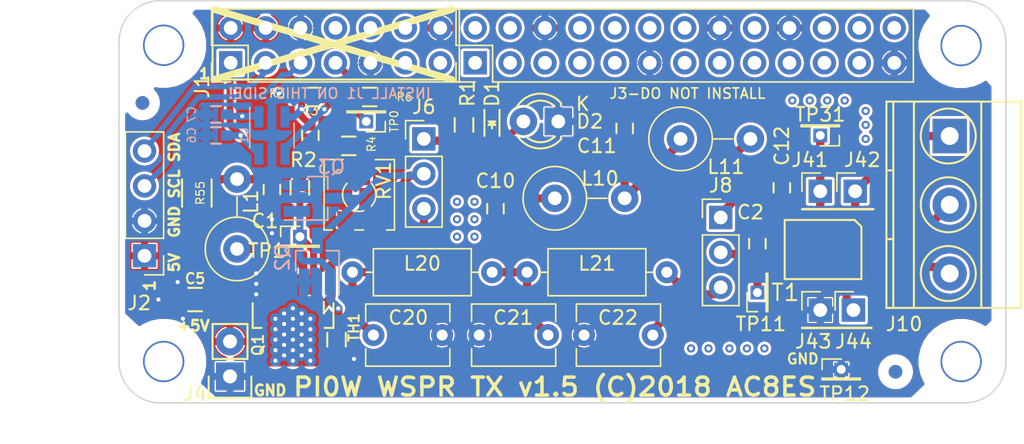
<source format=kicad_pcb>
(kicad_pcb (version 20171130) (host pcbnew "(5.1.0-0)")
  (layers (0 F.Cu signal) (31 B.Cu signal) (34 B.Paste user) (35 F.Paste user) (36 B.SilkS user) (37 F.SilkS user) (38 B.Mask user) (39 F.Mask user) (44 Edge.Cuts user))
  (net 0 "")
  (net 1 GND)
  (net 2 P5V)
  (net 3 "Net-(C10-Pad1)")
  (net 4 "Net-(C11-Pad1)")
  (net 5 "Net-(C20-Pad1)")
  (net 6 "Net-(C21-Pad1)")
  (net 7 "Net-(C22-Pad1)")
  (net 8 "Net-(J10-Pad1)")
  (net 9 "Net-(J10-Pad2)")
  (net 10 "Net-(J10-Pad3)")
  (net 11 "Net-(C12-Pad1)")
  (net 12 "Net-(D1-Pad2)")
  (net 13 /SDA)
  (net 14 /SCL)
  (net 15 /GPCLK0)
  (net 16 "Net-(J1-Pad13)")
  (net 17 "Net-(C1-Pad1)")
  (net 18 "Net-(C2-Pad1)")
  (net 19 "Net-(C2-Pad2)")
  (net 20 "Net-(Q1-Pad1)")
  (net 21 "Net-(C3-Pad2)")
  (net 22 "Net-(R4-Pad2)")
  (net 23 "Net-(C3-Pad1)")
  (net 24 P3V3)
  (net 25 "Net-(R3-Pad2)")
  (net 26 "Net-(L1-Pad1)")
  (net 27 "Net-(J6-Pad2)")
  (module Socket_Strips:Socket_Strip_Straight_1x01_Pitch2.54mm (layer F.Cu) (at 132.334 74.93)
    (fp_text reference J42 (at 0.508 -2.286) (layer F.SilkS))
    (fp_text value TEST_1P)
    (pad 1 thru_hole rect (at 0 0) (size 1.7 1.7) (drill 1) (layers *.Cu *.Mask) (net 8 "Net-(J10-Pad1)"))
  )
  (module Inductors_THT:L_Axial_L7.0mm_D3.3mm_P10.16mm_Horizontal_Fastron_MICC (layer F.Cu) (at 95.772 80.816)
    (fp_text reference L20 (at 5.08 -0.635) (layer F.SilkS))
    (fp_text value 560nH)
    (pad 1 thru_hole circle (at 0 0) (size 1.6 1.6) (drill 0.8) (layers *.Cu *.Mask) (net 5 "Net-(C20-Pad1)") (thermal_gap 0.254))
    (pad 2 thru_hole oval (at 10.16 0) (size 1.6 1.6) (drill 0.8) (layers *.Cu *.Mask) (net 6 "Net-(C21-Pad1)"))
  )
  (module project_footprints:NPTH_3mm_ID (layer F.Cu) (at 82.04 64.31)
    (fp_text reference H1 (at 0.06 0.09) (layer F.SilkS))
    (fp_text value 3mm_Mounting_Hole hide)
    (pad "" np_thru_hole circle (at 0 0) (size 3 3) (drill 2.75) (layers *.Cu *.Mask) (clearance 1.6))
  )
  (module project_footprints:NPTH_3mm_ID (layer F.Cu) (at 140.04 64.33)
    (fp_text reference H2 (at 0.06 0.09) (layer F.SilkS))
    (fp_text value 3mm_Mounting_Hole hide)
    (pad "" np_thru_hole circle (at 0 0) (size 3 3) (drill 2.75) (layers *.Cu *.Mask) (clearance 1.6))
  )
  (module Capacitors_THT:C_Disc_D6.0mm_W4.4mm_P5.00mm (layer F.Cu) (at 97.296 85.388)
    (fp_text reference C20 (at 2.54 -1.27) (layer F.SilkS))
    (fp_text value 220nF)
    (pad 1 thru_hole circle (at 0 0) (size 1.6 1.6) (drill 0.8) (layers *.Cu *.Mask) (net 5 "Net-(C20-Pad1)"))
    (pad 2 thru_hole circle (at 5 0) (size 1.6 1.6) (drill 0.8) (layers *.Cu *.Mask) (net 1 GND))
  )
  (module Capacitors_THT:C_Disc_D6.0mm_W4.4mm_P5.00mm (layer F.Cu) (at 109.996 85.388 180)
    (fp_text reference C21 (at 2.54 1.27 180) (layer F.SilkS))
    (fp_text value 330nF)
    (pad 1 thru_hole circle (at 0 0 180) (size 1.6 1.6) (drill 0.8) (layers *.Cu *.Mask) (net 6 "Net-(C21-Pad1)"))
    (pad 2 thru_hole circle (at 5 0 180) (size 1.6 1.6) (drill 0.8) (layers *.Cu *.Mask) (net 1 GND))
  )
  (module Capacitors_THT:C_Disc_D6.0mm_W4.4mm_P5.00mm (layer F.Cu) (at 117.616 85.388 180)
    (fp_text reference C22 (at 2.54 1.27 180) (layer F.SilkS))
    (fp_text value 220nF)
    (pad 1 thru_hole circle (at 0 0 180) (size 1.6 1.6) (drill 0.8) (layers *.Cu *.Mask) (net 7 "Net-(C22-Pad1)"))
    (pad 2 thru_hole circle (at 5 0 180) (size 1.6 1.6) (drill 0.8) (layers *.Cu *.Mask) (net 1 GND))
  )
  (module Inductors_THT:L_Axial_L11.0mm_D4.5mm_P5.08mm_Vertical_Fastron_MECC (layer F.Cu) (at 110.49 75.438)
    (fp_text reference L10 (at 3.288 -1.441) (layer F.SilkS))
    (fp_text value 1uH)
    (pad 1 thru_hole circle (at 0 0) (size 2 2) (drill 1) (layers *.Cu *.Mask) (net 3 "Net-(C10-Pad1)"))
    (pad 2 thru_hole oval (at 5.08 0) (size 2 2) (drill 1) (layers *.Cu *.Mask) (net 4 "Net-(C11-Pad1)"))
  )
  (module Inductors_THT:L_Axial_L11.0mm_D4.5mm_P5.08mm_Vertical_Fastron_MECC (layer F.Cu) (at 119.634 71.12)
    (fp_text reference L11 (at 3.302 2.032) (layer F.SilkS))
    (fp_text value 1uH)
    (pad 1 thru_hole circle (at 0 0) (size 2 2) (drill 1) (layers *.Cu *.Mask) (net 4 "Net-(C11-Pad1)"))
    (pad 2 thru_hole oval (at 5.08 0) (size 2 2) (drill 1) (layers *.Cu *.Mask) (net 11 "Net-(C12-Pad1)"))
  )
  (module Inductors_THT:L_Axial_L7.0mm_D3.3mm_P10.16mm_Horizontal_Fastron_MICC (layer F.Cu) (at 108.472 80.816)
    (fp_text reference L21 (at 5.08 -0.635) (layer F.SilkS))
    (fp_text value 560nH)
    (pad 1 thru_hole circle (at 0 0) (size 1.6 1.6) (drill 0.8) (layers *.Cu *.Mask) (net 6 "Net-(C21-Pad1)"))
    (pad 2 thru_hole oval (at 10.16 0) (size 1.6 1.6) (drill 0.8) (layers *.Cu *.Mask) (net 7 "Net-(C22-Pad1)"))
  )
  (module Inductors_THT:L_Axial_L11.0mm_D4.5mm_P5.08mm_Vertical_Fastron_MECC (layer F.Cu) (at 87.376 79.121 90)
    (fp_text reference L1 (at 3.429 1.016 90) (layer F.SilkS))
    (fp_text value 1uH)
    (pad 1 thru_hole circle (at 0 0 90) (size 2 2) (drill 1) (layers *.Cu *.Mask) (net 26 "Net-(L1-Pad1)"))
    (pad 2 thru_hole oval (at 5.08 0 90) (size 2 2) (drill 1) (layers *.Cu *.Mask) (net 17 "Net-(C1-Pad1)"))
  )
  (module Connectors_Terminal_Blocks:TerminalBlock_Pheonix_MKDS1.5-3pol (layer F.Cu) (at 139.206 70.91 270)
    (fp_text reference J10 (at 13.672 3.316) (layer F.SilkS))
    (fp_text value Screw_Terminal_1x03)
    (pad 3 thru_hole circle (at 10 0 270) (size 2.5 2.5) (drill 1.3) (layers *.Cu *.Mask) (net 10 "Net-(J10-Pad3)"))
    (pad 1 thru_hole rect (at 0 0 270) (size 2.5 2.5) (drill 1.3) (layers *.Cu *.Mask) (net 8 "Net-(J10-Pad1)"))
    (pad 2 thru_hole circle (at 5 0 270) (size 2.5 2.5) (drill 1.3) (layers *.Cu *.Mask) (net 9 "Net-(J10-Pad2)"))
  )
  (module project_footprints:NPTH_3mm_ID_Unlocked (layer F.Cu) (at 82.04 87.31)
    (fp_text reference H3 (at 0.06 0.09) (layer F.SilkS))
    (fp_text value 3mm_Mounting_Hole_Unlocked hide)
    (pad "" np_thru_hole circle (at 0 0) (size 3 3) (drill 2.75) (layers *.Cu *.Mask) (clearance 1.6))
  )
  (module project_footprints:NPTH_3mm_ID_Unlocked (layer F.Cu) (at 140.04 87.31)
    (fp_text reference H4 (at 0.06 0.09) (layer F.SilkS))
    (fp_text value 3mm_Mounting_Hole_Unlocked hide)
    (pad "" np_thru_hole circle (at 0 0) (size 3 3) (drill 2.75) (layers *.Cu *.Mask) (clearance 1.6))
  )
  (module LEDs:LED_0603 (layer F.Cu) (at 105.918 70.104 270)
    (fp_text reference D1 (at -2.286 0 270) (layer F.SilkS))
    (fp_text value LED)
    (pad 2 smd rect (at 0.7493 0 90) (size 0.79756 0.79756) (layers F.Cu F.Paste F.Mask) (net 12 "Net-(D1-Pad2)"))
    (pad 1 smd rect (at -0.7493 0 90) (size 0.79756 0.79756) (layers F.Cu F.Paste F.Mask) (net 1 GND))
  )
  (module Resistors_SMD:R_0603 (layer F.Cu) (at 103.886 70.104 90)
    (fp_text reference R1 (at 2.286 0.254 90) (layer F.SilkS))
    (fp_text value 270)
    (pad 1 smd rect (at -0.75 0 90) (size 0.5 0.9) (layers F.Cu F.Paste F.Mask) (net 12 "Net-(D1-Pad2)"))
    (pad 2 smd rect (at 0.75 0 90) (size 0.5 0.9) (layers F.Cu F.Paste F.Mask) (net 16 "Net-(J1-Pad13)"))
  )
  (module Pin_Headers:Pin_Header_Straight_1x01_Pitch1.27mm (layer F.Cu) (at 91.948 78.232)
    (fp_text reference TP1 (at -2.413 1.016 180) (layer F.SilkS))
    (fp_text value TEST_1P)
    (pad 1 thru_hole rect (at 0 0) (size 1 1) (drill 0.65) (layers *.Cu *.Mask) (net 20 "Net-(Q1-Pad1)"))
  )
  (module Pin_Headers:Pin_Header_Straight_1x01_Pitch1.27mm (layer F.Cu) (at 125.222 82.296 90)
    (fp_text reference TP11 (at -2.286 0.254 180) (layer F.SilkS))
    (fp_text value TEST_1P)
    (pad 1 thru_hole rect (at 0 0 90) (size 1 1) (drill 0.65) (layers *.Cu *.Mask) (net 18 "Net-(C2-Pad1)"))
  )
  (module Pin_Headers:Pin_Header_Straight_1x01_Pitch1.27mm (layer F.Cu) (at 131.318 87.884)
    (fp_text reference TP12 (at 0.254 1.778) (layer F.SilkS))
    (fp_text value TEST_1P)
    (pad 1 thru_hole rect (at 0 0) (size 1 1) (drill 0.65) (layers *.Cu *.Mask) (net 1 GND))
  )
  (module Pin_Headers:Pin_Header_Straight_1x01_Pitch1.27mm (layer F.Cu) (at 129.794 70.866 180)
    (fp_text reference TP31 (at 0 1.524 180) (layer F.SilkS))
    (fp_text value TEST_1P)
    (pad 1 thru_hole rect (at 0 0 180) (size 1 1) (drill 0.65) (layers *.Cu *.Mask) (net 19 "Net-(C2-Pad2)"))
  )
  (module Pin_Headers:Pin_Header_Straight_1x04_Pitch2.54mm (layer F.Cu) (at 80.65 79.62 180)
    (fp_text reference J2 (at 0.386 -3.438 180) (layer F.SilkS))
    (fp_text value DNP)
    (pad 1 thru_hole rect (at 0 0 180) (size 1.7 1.7) (drill 1) (layers *.Cu *.Mask) (net 2 P5V))
    (pad 2 thru_hole oval (at 0 2.54 180) (size 1.7 1.7) (drill 1) (layers *.Cu *.Mask) (net 1 GND))
    (pad 3 thru_hole oval (at 0 5.08 180) (size 1.7 1.7) (drill 1) (layers *.Cu *.Mask) (net 14 /SCL))
    (pad 4 thru_hole oval (at 0 7.62 180) (size 1.7 1.7) (drill 1) (layers *.Cu *.Mask) (net 13 /SDA))
  )
  (module Pin_Headers:Pin_Header_Straight_2x07_Pitch2.54mm (layer F.Cu) (at 86.916356 65.587611 90)
    (fp_text reference J1 (at -1.722389 -2.080356 90) (layer F.SilkS))
    (fp_text value CONN_02X07)
    (pad 1 thru_hole rect (at 0 0 90) (size 1.7 1.7) (drill 1) (layers *.Cu *.Mask) (net 24 P3V3))
    (pad 2 thru_hole oval (at 2.54 0 90) (size 1.7 1.7) (drill 1) (layers *.Cu *.Mask) (net 2 P5V))
    (pad 3 thru_hole oval (at 0 2.54 90) (size 1.7 1.7) (drill 1) (layers *.Cu *.Mask) (net 13 /SDA))
    (pad 4 thru_hole oval (at 2.54 2.54 90) (size 1.7 1.7) (drill 1) (layers *.Cu *.Mask) (net 2 P5V))
    (pad 5 thru_hole oval (at 0 5.08 90) (size 1.7 1.7) (drill 1) (layers *.Cu *.Mask) (net 14 /SCL))
    (pad 6 thru_hole oval (at 2.54 5.08 90) (size 1.7 1.7) (drill 1) (layers *.Cu *.Mask) (net 1 GND))
    (pad 7 thru_hole oval (at 0 7.62 90) (size 1.7 1.7) (drill 1) (layers *.Cu *.Mask) (net 15 /GPCLK0))
    (pad 8 thru_hole oval (at 2.54 7.62 90) (size 1.7 1.7) (drill 1) (layers *.Cu *.Mask))
    (pad 9 thru_hole oval (at 0 10.16 90) (size 1.7 1.7) (drill 1) (layers *.Cu *.Mask) (net 1 GND))
    (pad 10 thru_hole oval (at 2.54 10.16 90) (size 1.7 1.7) (drill 1) (layers *.Cu *.Mask))
    (pad 11 thru_hole oval (at 0 12.7 90) (size 1.7 1.7) (drill 1) (layers *.Cu *.Mask))
    (pad 12 thru_hole oval (at 2.54 12.7 90) (size 1.7 1.7) (drill 1) (layers *.Cu *.Mask))
    (pad 13 thru_hole oval (at 0 15.24 90) (size 1.7 1.7) (drill 1) (layers *.Cu *.Mask) (net 16 "Net-(J1-Pad13)"))
    (pad 14 thru_hole oval (at 2.54 15.24 90) (size 1.7 1.7) (drill 1) (layers *.Cu *.Mask) (net 1 GND))
  )
  (module Resistors_SMD:R_0603 (layer F.Cu) (at 91.948 74.676 90)
    (fp_text reference R2 (at 2.032 0.254 180) (layer F.SilkS))
    (fp_text value 47)
    (pad 1 smd rect (at -0.75 0 90) (size 0.5 0.9) (layers F.Cu F.Paste F.Mask) (net 20 "Net-(Q1-Pad1)"))
    (pad 2 smd rect (at 0.75 0 90) (size 0.5 0.9) (layers F.Cu F.Paste F.Mask) (net 21 "Net-(C3-Pad2)"))
  )
  (module Pin_Headers:Pin_Header_Straight_2x13_Pitch2.54mm (layer F.Cu) (at 104.696356 65.587611 90)
    (fp_text reference J3 hide)
    (fp_text value DNP)
    (pad 1 thru_hole rect (at 0 0 90) (size 1.7 1.7) (drill 1) (layers *.Cu *.Mask))
    (pad 2 thru_hole oval (at 2.54 0 90) (size 1.7 1.7) (drill 1) (layers *.Cu *.Mask))
    (pad 3 thru_hole oval (at 0 2.54 90) (size 1.7 1.7) (drill 1) (layers *.Cu *.Mask))
    (pad 4 thru_hole oval (at 2.54 2.54 90) (size 1.7 1.7) (drill 1) (layers *.Cu *.Mask))
    (pad 5 thru_hole oval (at 0 5.08 90) (size 1.7 1.7) (drill 1) (layers *.Cu *.Mask))
    (pad 6 thru_hole oval (at 2.54 5.08 90) (size 1.7 1.7) (drill 1) (layers *.Cu *.Mask) (net 1 GND))
    (pad 7 thru_hole oval (at 0 7.62 90) (size 1.7 1.7) (drill 1) (layers *.Cu *.Mask))
    (pad 8 thru_hole oval (at 2.54 7.62 90) (size 1.7 1.7) (drill 1) (layers *.Cu *.Mask))
    (pad 9 thru_hole oval (at 0 10.16 90) (size 1.7 1.7) (drill 1) (layers *.Cu *.Mask))
    (pad 10 thru_hole oval (at 2.54 10.16 90) (size 1.7 1.7) (drill 1) (layers *.Cu *.Mask))
    (pad 11 thru_hole oval (at 0 12.7 90) (size 1.7 1.7) (drill 1) (layers *.Cu *.Mask) (net 1 GND))
    (pad 12 thru_hole oval (at 2.54 12.7 90) (size 1.7 1.7) (drill 1) (layers *.Cu *.Mask))
    (pad 13 thru_hole oval (at 0 15.24 90) (size 1.7 1.7) (drill 1) (layers *.Cu *.Mask))
    (pad 14 thru_hole oval (at 2.54 15.24 90) (size 1.7 1.7) (drill 1) (layers *.Cu *.Mask))
    (pad 15 thru_hole oval (at 0 17.78 90) (size 1.7 1.7) (drill 1) (layers *.Cu *.Mask))
    (pad 16 thru_hole oval (at 2.54 17.78 90) (size 1.7 1.7) (drill 1) (layers *.Cu *.Mask) (net 1 GND))
    (pad 17 thru_hole oval (at 0 20.32 90) (size 1.7 1.7) (drill 1) (layers *.Cu *.Mask))
    (pad 18 thru_hole oval (at 2.54 20.32 90) (size 1.7 1.7) (drill 1) (layers *.Cu *.Mask))
    (pad 19 thru_hole oval (at 0 22.86 90) (size 1.7 1.7) (drill 1) (layers *.Cu *.Mask))
    (pad 20 thru_hole oval (at 2.54 22.86 90) (size 1.7 1.7) (drill 1) (layers *.Cu *.Mask) (net 1 GND))
    (pad 21 thru_hole oval (at 0 25.4 90) (size 1.7 1.7) (drill 1) (layers *.Cu *.Mask))
    (pad 22 thru_hole oval (at 2.54 25.4 90) (size 1.7 1.7) (drill 1) (layers *.Cu *.Mask))
    (pad 23 thru_hole oval (at 0 27.94 90) (size 1.7 1.7) (drill 1) (layers *.Cu *.Mask))
    (pad 24 thru_hole oval (at 2.54 27.94 90) (size 1.7 1.7) (drill 1) (layers *.Cu *.Mask))
    (pad 25 thru_hole oval (at 0 30.48 90) (size 1.7 1.7) (drill 1) (layers *.Cu *.Mask) (net 1 GND))
    (pad 26 thru_hole oval (at 2.54 30.48 90) (size 1.7 1.7) (drill 1) (layers *.Cu *.Mask))
  )
  (module Fiducials:Fiducial_1mm_Dia_2.54mm_Outer_CopperTop (layer F.Cu) (at 135.269 88.055)
    (fp_text reference FID10 hide)
    (fp_text value CIRCLE1mmDia)
    (pad ~ smd circle (at 0 0) (size 1 1) (layers F.Cu F.Mask) (clearance 0.77))
  )
  (module Fiducials:Fiducial_1mm_Dia_2.54mm_Outer_CopperTop (layer F.Cu) (at 80.5 68.5)
    (fp_text reference FID11 hide)
    (fp_text value CIRCLE1mmDia)
    (pad ~ smd circle (at 0 0) (size 1 1) (layers F.Cu F.Mask) (clearance 0.77))
  )
  (module Fiducials:Fiducial_1mm_Dia_2.54mm_Outer_CopperBottom (layer F.Cu) (at 135.269 88.055)
    (fp_text reference FID20 hide)
    (fp_text value CIRCLE1mmDia)
    (pad ~ smd circle (at 0 0) (size 1 1) (layers B.Cu B.Mask) (clearance 0.77))
  )
  (module Fiducials:Fiducial_1mm_Dia_2.54mm_Outer_CopperBottom (layer F.Cu) (at 80.5 68.5)
    (fp_text reference FID21 hide)
    (fp_text value CIRCLE1mmDia)
    (pad ~ smd circle (at 0 0) (size 1 1) (layers B.Cu B.Mask) (clearance 0.77))
  )
  (module project_footprints:SO-BALUN-5_SMD (layer F.Cu) (at 129.935 79.165 270)
    (fp_text reference T1 (at 3.131 2.681) (layer F.SilkS) (effects (font (size 1.2 1.2))))
    (fp_text value "MABA-009488-61HWCA - 125mW")
    (pad 5 smd rect (at -1.27 1.649 270) (size 0.76 1.4) (layers F.Cu F.Paste F.Mask) (net 19 "Net-(C2-Pad2)"))
    (pad 1 smd rect (at -1.27 -1.776 270) (size 0.76 1.4) (layers F.Cu F.Paste F.Mask) (net 8 "Net-(J10-Pad1)"))
    (pad 2 smd rect (at 0 -1.776 270) (size 0.76 1.4) (layers F.Cu F.Paste F.Mask) (net 9 "Net-(J10-Pad2)"))
    (pad 4 smd rect (at 1.27 1.649 270) (size 0.76 1.4) (layers F.Cu F.Paste F.Mask) (net 1 GND))
    (pad 3 smd rect (at 1.27 -1.776 270) (size 0.76 1.4) (layers F.Cu F.Paste F.Mask) (net 10 "Net-(J10-Pad3)"))
  )
  (module Pin_Headers:Pin_Header_Straight_1x01_Pitch1.27mm (layer F.Cu) (at 96.774 69.85 180)
    (fp_text reference TP0 (at -2.032 0 270) (layer F.SilkS) (effects (font (size 0.6 0.6) (thickness 0.09))))
    (fp_text value TEST_1P)
    (pad 1 thru_hole rect (at 0 0 180) (size 1 1) (drill 0.65) (layers *.Cu *.Mask) (net 25 "Net-(R3-Pad2)"))
  )
  (module Socket_Strips:Socket_Strip_Straight_1x01_Pitch2.54mm (layer F.Cu) (at 129.794 74.93)
    (fp_text reference J41 (at -0.762 -2.286) (layer F.SilkS))
    (fp_text value TEST_1P)
    (pad 1 thru_hole rect (at 0 0) (size 1.7 1.7) (drill 1) (layers *.Cu *.Mask) (net 19 "Net-(C2-Pad2)"))
  )
  (module Socket_Strips:Socket_Strip_Straight_1x01_Pitch2.54mm (layer F.Cu) (at 129.794 83.566)
    (fp_text reference J43 (at -0.508 2.286) (layer F.SilkS))
    (fp_text value TEST_1P)
    (pad 1 thru_hole rect (at 0 0) (size 1.7 1.7) (drill 1) (layers *.Cu *.Mask) (net 1 GND))
  )
  (module Socket_Strips:Socket_Strip_Straight_1x01_Pitch2.54mm (layer F.Cu) (at 132.207 83.566)
    (fp_text reference J44 (at 0 2.286) (layer F.SilkS))
    (fp_text value TEST_1P)
    (pad 1 thru_hole rect (at 0 0) (size 1.7 1.7) (drill 1) (layers *.Cu *.Mask) (net 10 "Net-(J10-Pad3)"))
  )
  (module project_footprints:C_0603 (layer F.Cu) (at 106.172 76.2 270)
    (fp_text reference C10 (at -2.032 0) (layer F.SilkS))
    (fp_text value 430pF)
    (pad 1 smd rect (at -0.75 0 270) (size 0.8 0.75) (layers F.Cu F.Paste F.Mask) (net 3 "Net-(C10-Pad1)"))
    (pad 2 smd rect (at 0.75 0 270) (size 0.8 0.75) (layers F.Cu F.Paste F.Mask) (net 1 GND))
  )
  (module project_footprints:C_0603 (layer F.Cu) (at 115.57 70.358 90)
    (fp_text reference C11 (at -1.27 -2.032 180) (layer F.SilkS))
    (fp_text value 680pF)
    (pad 1 smd rect (at -0.75 0 90) (size 0.8 0.75) (layers F.Cu F.Paste F.Mask) (net 4 "Net-(C11-Pad1)"))
    (pad 2 smd rect (at 0.75 0 90) (size 0.8 0.75) (layers F.Cu F.Paste F.Mask) (net 1 GND))
  )
  (module project_footprints:C_0603 (layer F.Cu) (at 127 74.676 90)
    (fp_text reference C12 (at 3.048 0 270) (layer F.SilkS))
    (fp_text value 430pF)
    (pad 1 smd rect (at -0.75 0 90) (size 0.8 0.75) (layers F.Cu F.Paste F.Mask) (net 11 "Net-(C12-Pad1)"))
    (pad 2 smd rect (at 0.75 0 90) (size 0.8 0.75) (layers F.Cu F.Paste F.Mask) (net 1 GND))
  )
  (module LEDs:LED-3MM (layer F.Cu) (at 110.744 69.85 180)
    (fp_text reference D2 (at -2.286 0 180) (layer F.SilkS))
    (fp_text value LED)
    (fp_text user K (at -1.778 1.27 180) (layer F.SilkS))
    (pad 1 thru_hole rect (at 0 0 270) (size 2 2) (drill 1.00076) (layers *.Cu *.Mask) (net 1 GND))
    (pad 2 thru_hole circle (at 2.54 0 180) (size 2 2) (drill 1.00076) (layers *.Cu *.Mask) (net 12 "Net-(D1-Pad2)"))
  )
  (module Resistors_SMD:R_0603 (layer F.Cu) (at 95.504 71.628)
    (fp_text reference R4 (at 1.651 -0.127 90) (layer F.SilkS) (effects (font (size 0.6 0.6) (thickness 0.09))))
    (fp_text value 20k)
    (pad 1 smd rect (at -0.75 0) (size 0.5 0.9) (layers F.Cu F.Paste F.Mask) (net 21 "Net-(C3-Pad2)"))
    (pad 2 smd rect (at 0.75 0) (size 0.5 0.9) (layers F.Cu F.Paste F.Mask) (net 22 "Net-(R4-Pad2)"))
  )
  (module project_footprints:SOT89-3_MOSFET (layer F.Cu) (at 91.44 83.566 180)
    (fp_text reference Q1 (at 2.54 -2.54 270) (layer F.SilkS) (effects (font (size 0.8 0.8))))
    (fp_text value ZXMN6A07Z)
    (pad 4 smd rect (at 0 -1.84982 180) (size 3.86 4.49974) (layers F.Cu F.Paste F.Mask) (net 27 "Net-(J6-Pad2)"))
    (pad 4 thru_hole circle (at 1.27 -3.683 180) (size 0.837 0.837) (drill 0.3) (layers *.Cu *.Mask) (net 27 "Net-(J6-Pad2)"))
    (pad 4 thru_hole circle (at 0.635 -3.302 180) (size 0.837 0.837) (drill 0.3) (layers *.Cu *.Mask) (net 27 "Net-(J6-Pad2)"))
    (pad 4 thru_hole circle (at 0 -3.683 180) (size 0.837 0.837) (drill 0.3) (layers *.Cu *.Mask) (net 27 "Net-(J6-Pad2)"))
    (pad 4 thru_hole circle (at -0.635 -3.302 180) (size 0.837 0.837) (drill 0.3) (layers *.Cu *.Mask) (net 27 "Net-(J6-Pad2)"))
    (pad 4 thru_hole circle (at -1.27 -3.683 180) (size 0.837 0.837) (drill 0.3) (layers *.Cu *.Mask) (net 27 "Net-(J6-Pad2)"))
    (pad 4 thru_hole circle (at 1.27 -2.921 180) (size 0.837 0.837) (drill 0.3) (layers *.Cu *.Mask) (net 27 "Net-(J6-Pad2)"))
    (pad 4 thru_hole circle (at 0 -2.921 180) (size 0.837 0.837) (drill 0.3) (layers *.Cu *.Mask) (net 27 "Net-(J6-Pad2)"))
    (pad 4 thru_hole circle (at -1.27 -2.921 180) (size 0.837 0.837) (drill 0.3) (layers *.Cu *.Mask) (net 27 "Net-(J6-Pad2)"))
    (pad 4 thru_hole circle (at 0.635 -2.54 180) (size 0.837 0.837) (drill 0.3) (layers *.Cu *.Mask) (net 27 "Net-(J6-Pad2)"))
    (pad 4 thru_hole circle (at -0.635 -2.54 180) (size 0.837 0.837) (drill 0.3) (layers *.Cu *.Mask) (net 27 "Net-(J6-Pad2)"))
    (pad 4 thru_hole circle (at 1.27 -2.159 180) (size 0.837 0.837) (drill 0.3) (layers *.Cu *.Mask) (net 27 "Net-(J6-Pad2)"))
    (pad 4 thru_hole circle (at 0.635 -1.778 180) (size 0.837 0.837) (drill 0.3) (layers *.Cu *.Mask) (net 27 "Net-(J6-Pad2)"))
    (pad 4 thru_hole circle (at 0 -2.159 180) (size 0.837 0.837) (drill 0.3) (layers *.Cu *.Mask) (net 27 "Net-(J6-Pad2)"))
    (pad 4 thru_hole circle (at -0.635 -1.778 180) (size 0.837 0.837) (drill 0.3) (layers *.Cu *.Mask) (net 27 "Net-(J6-Pad2)"))
    (pad 4 thru_hole circle (at -1.27 -2.159 180) (size 0.837 0.837) (drill 0.3) (layers *.Cu *.Mask) (net 27 "Net-(J6-Pad2)"))
    (pad 4 thru_hole circle (at 1.27 -1.397 180) (size 0.837 0.837) (drill 0.3) (layers *.Cu *.Mask) (net 27 "Net-(J6-Pad2)"))
    (pad 4 thru_hole circle (at -1.27 -1.397 180) (size 0.837 0.837) (drill 0.3) (layers *.Cu *.Mask) (net 27 "Net-(J6-Pad2)"))
    (pad 4 thru_hole circle (at 0.635 -1.016 180) (size 0.837 0.837) (drill 0.3) (layers *.Cu *.Mask) (net 27 "Net-(J6-Pad2)"))
    (pad 4 thru_hole circle (at -0.635 -1.016 180) (size 0.837 0.837) (drill 0.3) (layers *.Cu *.Mask) (net 27 "Net-(J6-Pad2)"))
    (pad 4 thru_hole circle (at 0 -1.397 180) (size 0.837 0.837) (drill 0.3) (layers *.Cu F.Mask) (net 27 "Net-(J6-Pad2)"))
    (pad 4 thru_hole circle (at 0 -0.635 180) (size 0.837 0.837) (drill 0.3) (layers *.Cu *.Mask) (net 27 "Net-(J6-Pad2)"))
    (pad 4 thru_hole circle (at 0.635 -0.254 180) (size 0.837 0.837) (drill 0.3) (layers *.Cu *.Mask) (net 27 "Net-(J6-Pad2)"))
    (pad 4 thru_hole circle (at -0.635 -0.254 180) (size 0.837 0.837) (drill 0.3) (layers *.Cu *.Mask) (net 27 "Net-(J6-Pad2)"))
    (pad 4 thru_hole circle (at 1.27 -0.635 180) (size 0.837 0.837) (drill 0.3) (layers *.Cu *.Mask) (net 27 "Net-(J6-Pad2)"))
    (pad 4 thru_hole circle (at -1.27 -0.635 180) (size 0.837 0.837) (drill 0.3) (layers *.Cu *.Mask) (net 27 "Net-(J6-Pad2)"))
    (pad 1 smd rect (at -1.50114 1.85166 180) (size 1.00076 1.50114) (layers F.Cu F.Paste F.Mask) (net 20 "Net-(Q1-Pad1)"))
    (pad 2 smd rect (at 0 1.85166 180) (size 1.00076 1.50114) (layers F.Cu F.Paste F.Mask) (net 26 "Net-(L1-Pad1)"))
    (pad 3 smd rect (at 1.50114 1.85166 180) (size 1.00076 1.50114) (layers F.Cu F.Paste F.Mask) (net 1 GND))
    (pad 4 smd trapezoid (at 0 0.7493) (size 1.50114 0.7493) (rect_delta 0 0.50038) (layers F.Cu F.Paste F.Mask) (net 27 "Net-(J6-Pad2)"))
    (pad 4 thru_hole circle (at 0 0.127 180) (size 0.837 0.837) (drill 0.3) (layers *.Cu *.Mask) (net 27 "Net-(J6-Pad2)"))
  )
  (module project_footprints:C_0603 (layer F.Cu) (at 125.222 78.74 90)
    (fp_text reference C2 (at 2.286 -0.508 180) (layer F.SilkS))
    (fp_text value 0.1uF)
    (pad 1 smd rect (at -0.75 0 90) (size 0.8 0.75) (layers F.Cu F.Paste F.Mask) (net 18 "Net-(C2-Pad1)"))
    (pad 2 smd rect (at 0.75 0 90) (size 0.8 0.75) (layers F.Cu F.Paste F.Mask) (net 19 "Net-(C2-Pad2)"))
  )
  (module project_footprints:C_0603 (layer F.Cu) (at 89.916 74.803 270)
    (fp_text reference C1 (at 2.286 0.508) (layer F.SilkS))
    (fp_text value 18nF)
    (pad 1 smd rect (at -0.75 0 270) (size 0.8 0.75) (layers F.Cu F.Paste F.Mask) (net 17 "Net-(C1-Pad1)"))
    (pad 2 smd rect (at 0.75 0 270) (size 0.8 0.75) (layers F.Cu F.Paste F.Mask) (net 1 GND))
  )
  (module Pin_Headers:Pin_Header_Straight_1x02 (layer F.Cu) (at 86.868 88.392 180)
    (fp_text reference J4 (at 2.54 -1.27 180) (layer F.SilkS))
    (fp_text value CONN_01X02)
    (pad 1 thru_hole rect (at 0 0 180) (size 2.032 2.032) (drill 1.016) (layers *.Cu *.Mask) (net 1 GND))
    (pad 2 thru_hole oval (at 0 2.54 180) (size 2.032 2.032) (drill 1.016) (layers *.Cu *.Mask) (net 2 P5V))
  )
  (module project_footprints:C_0603 (layer F.Cu) (at 92.71 70.866 270)
    (fp_text reference C3 (at -1.778 0 180) (layer F.SilkS) (effects (font (size 0.6 0.6) (thickness 0.09))))
    (fp_text value 0.1uF)
    (pad 1 smd rect (at -0.75 0 270) (size 0.8 0.75) (layers F.Cu F.Paste F.Mask) (net 23 "Net-(C3-Pad1)"))
    (pad 2 smd rect (at 0.75 0 270) (size 0.8 0.75) (layers F.Cu F.Paste F.Mask) (net 21 "Net-(C3-Pad2)"))
  )
  (module project_footprints:Potentiometer_Bourns_TC33X (layer F.Cu) (at 96.266 75.184 270)
    (fp_text reference RV1 (at -1.016 -1.778 270) (layer F.SilkS))
    (fp_text value 20k)
    (pad 1 smd rect (at 1.8 -1 270) (size 1.2 1.2) (layers F.Cu F.Mask) (net 1 GND))
    (pad 2 smd rect (at -1.45 0 270) (size 1.5 1.6) (layers F.Cu F.Mask) (net 22 "Net-(R4-Pad2)"))
    (pad 3 smd rect (at 1.8 1 270) (size 1.2 1.2) (layers F.Cu F.Mask) (net 2 P5V))
  )
  (module Capacitors_SMD:C_0805_HandSoldering (layer F.Cu) (at 84.328 82.804)
    (fp_text reference C5 (at 0 -1.524) (layer F.SilkS) (effects (font (size 0.75 0.75))))
    (fp_text value 10uF)
    (pad 1 smd rect (at -1.25 0) (size 1.5 1.25) (layers F.Cu F.Paste F.Mask) (net 1 GND))
    (pad 2 smd rect (at 1.25 0) (size 1.5 1.25) (layers F.Cu F.Paste F.Mask) (net 2 P5V))
  )
  (module TO_SOT_Packages_SMD:SOT-23_Handsoldering (layer B.Cu) (at 93.218 80.01 90)
    (fp_text reference Q2 (at 0.254 -2.54 90) (layer B.SilkS) (effects (justify mirror)))
    (fp_text value DNP)
    (pad 1 smd rect (at -1.5 0.95 90) (size 1.9 0.8) (layers B.Cu B.Paste B.Mask) (net 20 "Net-(Q1-Pad1)"))
    (pad 2 smd rect (at -1.5 -0.95 90) (size 1.9 0.8) (layers B.Cu B.Paste B.Mask) (net 1 GND))
    (pad 3 smd rect (at 1.5 0 90) (size 1.9 0.8) (layers B.Cu B.Paste B.Mask) (net 27 "Net-(J6-Pad2)"))
  )
  (module TO_SOT_Packages_SMD:SOT-23_Handsoldering (layer B.Cu) (at 93.218 75.438)
    (fp_text reference Q3 (at 1.016 -2.286) (layer B.SilkS) (effects (justify mirror)))
    (fp_text value DNP)
    (pad 1 smd rect (at -1.5 0.95) (size 1.9 0.8) (layers B.Cu B.Paste B.Mask) (net 20 "Net-(Q1-Pad1)"))
    (pad 2 smd rect (at -1.5 -0.95) (size 1.9 0.8) (layers B.Cu B.Paste B.Mask) (net 1 GND))
    (pad 3 smd rect (at 1.5 0) (size 1.9 0.8) (layers B.Cu B.Paste B.Mask) (net 27 "Net-(J6-Pad2)"))
  )
  (module Resistors_SMD:R_1206_HandSoldering (layer F.Cu) (at 84.455 75.057 270)
    (fp_text reference R55 (at 0 -0.254 270) (layer F.SilkS) (effects (font (size 0.6 0.6) (thickness 0.09))))
    (fp_text value 1)
    (pad 1 smd rect (at -2 0 270) (size 2 1.7) (layers F.Cu F.Paste F.Mask) (net 17 "Net-(C1-Pad1)"))
    (pad 2 smd rect (at 2 0 270) (size 2 1.7) (layers F.Cu F.Paste F.Mask) (net 2 P5V))
  )
  (module project_footprints:C_0603 (layer B.Cu) (at 85.852 70.866 180)
    (fp_text reference C6 (at 1.778 0 90) (layer B.SilkS) (effects (font (size 0.6 0.6) (thickness 0.09)) (justify mirror)))
    (fp_text value 0.1uF)
    (pad 1 smd rect (at -0.75 0 180) (size 0.8 0.75) (layers B.Cu B.Paste B.Mask) (net 24 P3V3))
    (pad 2 smd rect (at 0.75 0 180) (size 0.8 0.75) (layers B.Cu B.Paste B.Mask) (net 1 GND))
  )
  (module project_footprints:C_0603 (layer B.Cu) (at 85.852 69.342 180)
    (fp_text reference C7 (at 1.778 0 90) (layer B.SilkS) (effects (font (size 0.6 0.6) (thickness 0.09)) (justify mirror)))
    (fp_text value 0.1uF)
    (pad 1 smd rect (at -0.75 0 180) (size 0.8 0.75) (layers B.Cu B.Paste B.Mask) (net 2 P5V))
    (pad 2 smd rect (at 0.75 0 180) (size 0.8 0.75) (layers B.Cu B.Paste B.Mask) (net 1 GND))
  )
  (module Resistors_SMD:R_0603_HandSoldering (layer F.Cu) (at 92.964 68.072)
    (fp_text reference R3 (at -2.667 -0.254) (layer F.SilkS) (effects (font (size 0.6 0.6) (thickness 0.09))))
    (fp_text value 0)
    (pad 1 smd rect (at -1.1 0) (size 1.2 0.9) (layers F.Cu F.Paste F.Mask) (net 23 "Net-(C3-Pad1)"))
    (pad 2 smd rect (at 1.1 0) (size 1.2 0.9) (layers F.Cu F.Paste F.Mask) (net 25 "Net-(R3-Pad2)"))
  )
  (module TO_SOT_Packages_SMD:SOT-23-6_Handsoldering (layer B.Cu) (at 89.916 70.866 270)
    (fp_text reference U1 (at 0 2.032 270) (layer B.SilkS) (effects (font (size 0.6 0.6) (thickness 0.09)) (justify mirror)))
    (fp_text value 74LVC1T45)
    (pad 1 smd rect (at -1.35 0.95 270) (size 1.56 0.65) (layers B.Cu B.Paste B.Mask) (net 2 P5V))
    (pad 2 smd rect (at -1.35 0 270) (size 1.56 0.65) (layers B.Cu B.Paste B.Mask) (net 1 GND))
    (pad 3 smd rect (at -1.35 -0.95 270) (size 1.56 0.65) (layers B.Cu B.Paste B.Mask) (net 23 "Net-(C3-Pad1)"))
    (pad 4 smd rect (at 1.35 -0.95 270) (size 1.56 0.65) (layers B.Cu B.Paste B.Mask) (net 25 "Net-(R3-Pad2)"))
    (pad 6 smd rect (at 1.35 0.95 270) (size 1.56 0.65) (layers B.Cu B.Paste B.Mask) (net 24 P3V3))
    (pad 5 smd rect (at 1.35 0 270) (size 1.56 0.65) (layers B.Cu B.Paste B.Mask) (net 1 GND))
  )
  (module Resistors_SMD:R_0603_HandSoldering (layer F.Cu) (at 97.028 68.072 180)
    (fp_text reference R6 (at -2.54 0 180) (layer F.SilkS) (effects (font (size 0.6 0.6) (thickness 0.09))))
    (fp_text value 22)
    (pad 1 smd rect (at -1.1 0 180) (size 1.2 0.9) (layers F.Cu F.Paste F.Mask) (net 15 /GPCLK0))
    (pad 2 smd rect (at 1.1 0 180) (size 1.2 0.9) (layers F.Cu F.Paste F.Mask) (net 25 "Net-(R3-Pad2)"))
  )
  (module Resistors_SMD:R_0603_HandSoldering (layer F.Cu) (at 94.615 85.725 270)
    (fp_text reference TH1 (at -0.889 -1.27 270) (layer F.SilkS) (effects (font (size 0.75 0.75))))
    (fp_text value "10k, 4250K coef")
    (pad 1 smd rect (at -1.1 0 270) (size 1.2 0.9) (layers F.Cu F.Paste F.Mask) (net 20 "Net-(Q1-Pad1)"))
    (pad 2 smd rect (at 1.1 0 270) (size 1.2 0.9) (layers F.Cu F.Paste F.Mask) (net 1 GND))
  )
  (module Connector_PinHeader_2.54mm:PinHeader_1x03_P2.54mm_Vertical (layer F.Cu) (at 100.965 71.12)
    (fp_text reference J6 (at 0 -2.33) (layer F.SilkS))
    (fp_text value Conn_01x03_Male)
    (pad 1 thru_hole rect (at 0 0) (size 1.7 1.7) (drill 1) (layers *.Cu *.Mask) (net 3 "Net-(C10-Pad1)"))
    (pad 2 thru_hole oval (at 0 2.54) (size 1.7 1.7) (drill 1) (layers *.Cu *.Mask) (net 27 "Net-(J6-Pad2)"))
    (pad 3 thru_hole oval (at 0 5.08) (size 1.7 1.7) (drill 1) (layers *.Cu *.Mask) (net 5 "Net-(C20-Pad1)"))
  )
  (module Connector_PinHeader_2.54mm:PinHeader_1x03_P2.54mm_Vertical (layer F.Cu) (at 122.555 76.835)
    (fp_text reference J8 (at 0 -2.33) (layer F.SilkS))
    (fp_text value Conn_01x03_Male)
    (pad 3 thru_hole oval (at 0 5.08) (size 1.7 1.7) (drill 1) (layers *.Cu *.Mask) (net 7 "Net-(C22-Pad1)"))
    (pad 2 thru_hole oval (at 0 2.54) (size 1.7 1.7) (drill 1) (layers *.Cu *.Mask) (net 18 "Net-(C2-Pad1)"))
    (pad 1 thru_hole rect (at 0 0) (size 1.7 1.7) (drill 1) (layers *.Cu *.Mask) (net 11 "Net-(C12-Pad1)"))
  )
  (gr_text "INSTALL J1 ON THIS SIDE!" (at 94.107 67.818) (layer B.SilkS) (effects (font (size 0.75 0.75) (thickness 0.125)) (justify mirror)))
  (gr_line (start 103 61.7) (end 85.7 66.8) (angle 90) (layer F.SilkS) (width 0.5))
  (gr_line (start 85.7 61.7) (end 103 66.8) (angle 90) (layer F.SilkS) (width 0.5))
  (gr_line (start 85.598 66.802) (end 85.598 61.849) (angle 90) (layer F.SilkS) (width 0.15))
  (gr_line (start 103.124 66.802) (end 85.598 66.802) (angle 90) (layer F.SilkS) (width 0.15))
  (gr_text GND (at 89.789 89.408) (layer F.SilkS) (effects (font (size 0.762 0.762) (thickness 0.1905))))
  (gr_text +5V (at 84.201 84.709) (layer F.SilkS) (effects (font (size 0.762 0.762) (thickness 0.1905))))
  (gr_text GND (at 128.524 87.122) (layer F.SilkS) (effects (font (size 0.75 0.75))))
  (gr_text "J3-DO NOT INSTALL" (at 120.142 67.818) (layer F.SilkS) (effects (font (size 0.75 0.75) (thickness 0.125))))
  (gr_text 1 (at 81.026 81.788 90) (layer F.SilkS) (effects (font (size 0.8 0.8) (thickness 0.1875))))
  (gr_text 1 (at 84.996 66.384) (layer F.SilkS) (effects (font (size 0.75 0.75) (thickness 0.1875))))
  (gr_text "5V  GND SCL SDA" (at 82.818 75.736 90) (layer F.SilkS) (effects (font (size 0.75 0.75) (thickness 0.1875))))
  (gr_text "PI0W WSPR TX v1.5 (C)2018 AC8ES" (at 110.49 89.154) (layer F.SilkS) (effects (font (size 1.3 1.4) (thickness 0.254))))
  (gr_line (start 78.796356 64.067611) (end 78.796356 87.317611) (layer Edge.Cuts) (width 0.1))
  (gr_arc (start 81.796356 64.067611) (end 81.796356 61.067611) (angle -90) (layer Edge.Cuts) (width 0.1))
  (gr_line (start 140.296356 61.067611) (end 81.796356 61.067611) (layer Edge.Cuts) (width 0.1))
  (gr_arc (start 140.296356 64.067611) (end 143.296356 64.067611) (angle -90) (layer Edge.Cuts) (width 0.1))
  (gr_line (start 143.29664 87.322838) (end 143.29664 64.06758) (layer Edge.Cuts) (width 0.1))
  (gr_arc (start 81.796356 87.317611) (end 78.796356 87.317611) (angle -90) (layer Edge.Cuts) (width 0.1))
  (gr_line (start 81.796356 90.317611) (end 140.296356 90.317611) (layer Edge.Cuts) (width 0.1))
  (gr_arc (start 140.296356 87.317611) (end 140.296356 90.317611) (angle -89.9) (layer Edge.Cuts) (width 0.1))
  (via (at 125.73 86.36) (size 0.6) (drill 0.3) (layers F.Cu B.Cu) (net 0))
  (via (at 123.19 86.36) (size 0.6) (drill 0.3) (layers F.Cu B.Cu) (net 0))
  (via (at 124.46 86.36) (size 0.6) (drill 0.3) (layers F.Cu B.Cu) (net 0))
  (via (at 121.666 86.36) (size 0.6) (drill 0.3) (layers F.Cu B.Cu) (net 0))
  (via (at 120.396 86.36) (size 0.6) (drill 0.3) (layers F.Cu B.Cu) (net 0))
  (via (at 104.648 78.232) (size 0.6) (drill 0.3) (layers F.Cu B.Cu) (net 0))
  (via (at 104.648 76.962) (size 0.6) (drill 0.3) (layers F.Cu B.Cu) (net 0))
  (via (at 103.378 76.962) (size 0.6) (drill 0.3) (layers F.Cu B.Cu) (net 0))
  (via (at 103.378 78.232) (size 0.6) (drill 0.3) (layers F.Cu B.Cu) (net 0))
  (via (at 131.572 68.326) (size 0.6) (drill 0.3) (layers F.Cu B.Cu) (net 0))
  (via (at 130.302 68.326) (size 0.6) (drill 0.3) (layers F.Cu B.Cu) (net 0))
  (via (at 129.032 68.326) (size 0.6) (drill 0.3) (layers F.Cu B.Cu) (net 0))
  (via (at 127.762 68.326) (size 0.6) (drill 0.3) (layers F.Cu B.Cu) (net 0))
  (via (at 104.648 75.692) (size 0.6) (drill 0.3) (layers F.Cu B.Cu) (net 0))
  (via (at 103.378 75.692) (size 0.6) (drill 0.3) (layers F.Cu B.Cu) (net 0))
  (via (at 133.096 71.12) (size 0.6) (drill 0.3) (layers F.Cu B.Cu) (net 0))
  (via (at 133.096 70.104) (size 0.6) (drill 0.3) (layers F.Cu B.Cu) (net 0))
  (via (at 133.096 69.088) (size 0.6) (drill 0.3) (layers F.Cu B.Cu) (net 0))
  (segment (start 89.93886 81.71434) (end 89.12352 80.899) (width 0.6) (layer F.Cu) (net 1))
  (segment (start 88.773 80.899) (end 89.027 80.899) (width 0.6) (layer B.Cu) (net 1))
  (via (at 88.773 80.899) (size 0.6) (drill 0.3) (layers F.Cu B.Cu) (net 1))
  (segment (start 89.12352 80.899) (end 88.773 80.899) (width 0.6) (layer F.Cu) (net 1))
  (segment (start 94.615 86.825) (end 94.912 87.122) (width 0.6) (layer F.Cu) (net 1))
  (segment (start 94.912 87.122) (end 95.885 87.122) (width 0.6) (layer F.Cu) (net 1))
  (via (at 95.885 87.122) (size 0.6) (drill 0.3) (layers F.Cu B.Cu) (net 1))
  (segment (start 89.916 69.516) (end 89.916 68.453) (width 0.5) (layer B.Cu) (net 1))
  (segment (start 90.087799 68.154201) (end 90.424 67.818) (width 0.5) (layer B.Cu) (net 1))
  (via (at 90.424 67.818) (size 0.6) (drill 0.3) (layers F.Cu B.Cu) (net 1))
  (segment (start 89.916 68.326) (end 90.087799 68.154201) (width 0.5) (layer B.Cu) (net 1))
  (segment (start 89.916 68.453) (end 89.916 68.326) (width 0.5) (layer B.Cu) (net 1))
  (segment (start 89.916 72.216) (end 89.916 69.516) (width 0.5) (layer B.Cu) (net 1))
  (segment (start 88.773 82.423) (end 89.3572 82.296) (width 0.5) (layer F.Cu) (net 1))
  (via (at 88.773 82.423) (size 0.6) (drill 0.3) (layers F.Cu B.Cu) (net 1))
  (segment (start 89.3572 82.296) (end 89.93886 81.71434) (width 0.5) (layer F.Cu) (net 1))
  (segment (start 88.773 81.661) (end 89.75852 81.534) (width 0.5) (layer F.Cu) (net 1))
  (via (at 88.773 81.661) (size 0.6) (drill 0.3) (layers F.Cu B.Cu) (net 1))
  (segment (start 89.916 75.553) (end 89.916 76.962) (width 0.6) (layer F.Cu) (net 1))
  (via (at 89.916 77.978) (size 0.6) (drill 0.3) (layers F.Cu B.Cu) (net 1))
  (segment (start 89.916 76.962) (end 89.916 77.978) (width 0.6) (layer F.Cu) (net 1))
  (via (at 89.916 76.962) (size 0.6) (drill 0.3) (layers F.Cu B.Cu) (net 1))
  (segment (start 89.75852 81.534) (end 89.93886 81.71434) (width 0.5) (layer F.Cu) (net 1))
  (via (at 83.439 84.201) (size 0.6) (drill 0.3) (layers F.Cu B.Cu) (net 1))
  (segment (start 83.078 83.84) (end 83.439 84.201) (width 0.6) (layer F.Cu) (net 1))
  (segment (start 83.078 82.804) (end 83.078 83.84) (width 0.6) (layer F.Cu) (net 1))
  (segment (start 83.078 82.804) (end 81.661 82.804) (width 0.6) (layer F.Cu) (net 1))
  (via (at 81.661 82.804) (size 0.6) (drill 0.3) (layers F.Cu B.Cu) (net 1))
  (via (at 83.058 81.534) (size 0.6) (drill 0.3) (layers F.Cu B.Cu) (net 1))
  (segment (start 83.058 82.784) (end 83.058 81.534) (width 0.6) (layer F.Cu) (net 1))
  (segment (start 83.078 82.804) (end 83.058 82.784) (width 0.6) (layer F.Cu) (net 1))
  (segment (start 82.697 82.931) (end 83.078 82.55) (width 0.6) (layer F.Cu) (net 1))
  (segment (start 83.078 82.55) (end 83.058 82.55) (width 0.6) (layer F.Cu) (net 1))
  (segment (start 86.602 69.342) (end 86.729 69.469) (width 0.5) (layer B.Cu) (net 2))
  (segment (start 86.729 69.469) (end 87.757 69.469) (width 0.5) (layer B.Cu) (net 2))
  (segment (start 88.966 69.516) (end 88.919 69.469) (width 0.5) (layer B.Cu) (net 2))
  (segment (start 88.919 69.469) (end 87.757 69.469) (width 0.5) (layer B.Cu) (net 2))
  (via (at 87.757 69.469) (size 0.6) (drill 0.3) (layers F.Cu B.Cu) (net 2))
  (segment (start 106.172 75.45) (end 110.478 75.45) (width 0.6) (layer F.Cu) (net 3))
  (segment (start 110.478 75.45) (end 110.49 75.438) (width 0.4) (layer F.Cu) (net 3))
  (segment (start 106.172 75.45) (end 106.172 75.184) (width 0.4) (layer F.Cu) (net 3))
  (segment (start 106.172 75.184) (end 102.235 71.247) (width 0.6) (layer F.Cu) (net 3))
  (segment (start 102.235 71.247) (end 100.965 71.247) (width 0.6) (layer F.Cu) (net 3))
  (segment (start 115.57 75.438) (end 115.57 71.108) (width 0.6) (layer F.Cu) (net 4))
  (segment (start 115.57 75.438) (end 119.634 71.374) (width 0.6) (layer F.Cu) (net 4))
  (segment (start 119.634 71.374) (end 119.634 71.12) (width 0.4) (layer F.Cu) (net 4))
  (segment (start 100.965 76.327) (end 100.965 79.629) (width 0.6) (layer F.Cu) (net 5))
  (segment (start 100.965 79.629) (end 99.778 80.816) (width 0.6) (layer F.Cu) (net 5))
  (segment (start 99.778 80.816) (end 95.772 80.816) (width 0.6) (layer F.Cu) (net 5))
  (segment (start 95.772 80.816) (end 95.772 83.864) (width 0.6) (layer F.Cu) (net 5))
  (segment (start 95.772 83.864) (end 97.296 85.388) (width 0.6) (layer F.Cu) (net 5))
  (segment (start 109.996 85.388) (end 108.472 83.864) (width 0.6) (layer F.Cu) (net 6))
  (segment (start 108.472 83.864) (end 108.472 80.816) (width 0.6) (layer F.Cu) (net 6))
  (segment (start 105.932 80.816) (end 108.472 80.816) (width 0.6) (layer F.Cu) (net 6))
  (segment (start 117.616 85.388) (end 117.616 85.046) (width 0.4) (layer F.Cu) (net 7))
  (segment (start 117.616 85.046) (end 120.239 82.423) (width 0.6) (layer F.Cu) (net 7))
  (segment (start 118.632 80.816) (end 120.239 82.423) (width 0.6) (layer F.Cu) (net 7))
  (segment (start 120.239 82.423) (end 122.047 82.423) (width 0.6) (layer F.Cu) (net 7))
  (segment (start 131.711 77.895) (end 132.334 77.272) (width 0.6) (layer F.Cu) (net 8))
  (segment (start 132.334 77.272) (end 132.334 74.93) (width 0.6) (layer F.Cu) (net 8))
  (segment (start 136.735 70.91) (end 136.354 70.91) (width 0.6) (layer F.Cu) (net 8))
  (segment (start 139.206 70.91) (end 136.735 70.91) (width 0.6) (layer F.Cu) (net 8))
  (segment (start 136.354 70.91) (end 132.334 74.93) (width 0.6) (layer F.Cu) (net 8))
  (segment (start 139.206 75.91) (end 135.951 79.165) (width 0.6) (layer F.Cu) (net 9))
  (segment (start 135.951 79.165) (end 131.711 79.165) (width 0.6) (layer F.Cu) (net 9))
  (segment (start 132.207 83.566) (end 131.711 83.07) (width 0.6) (layer F.Cu) (net 10))
  (segment (start 131.711 83.07) (end 131.711 80.435) (width 0.6) (layer F.Cu) (net 10))
  (segment (start 131.711 80.435) (end 138.731 80.435) (width 0.6) (layer F.Cu) (net 10))
  (segment (start 138.731 80.435) (end 139.206 80.91) (width 0.4) (layer F.Cu) (net 10))
  (segment (start 123.698 75.438) (end 123.698 72.136) (width 0.6) (layer F.Cu) (net 11))
  (segment (start 123.698 72.136) (end 124.714 71.12) (width 0.6) (layer F.Cu) (net 11))
  (segment (start 122.047 77.089) (end 123.698 75.438) (width 0.6) (layer F.Cu) (net 11))
  (segment (start 123.698 75.438) (end 123.71 75.426) (width 0.6) (layer F.Cu) (net 11))
  (segment (start 123.71 75.426) (end 127 75.426) (width 0.6) (layer F.Cu) (net 11))
  (segment (start 105.918 70.8533) (end 107.2007 70.8533) (width 0.5) (layer F.Cu) (net 12))
  (segment (start 107.2007 70.8533) (end 108.204 69.85) (width 0.5) (layer F.Cu) (net 12))
  (segment (start 103.886 70.854) (end 105.9173 70.854) (width 0.5) (layer F.Cu) (net 12))
  (segment (start 105.9173 70.854) (end 105.918 70.8533) (width 0.254) (layer F.Cu) (net 12))
  (segment (start 80.65 72) (end 84.324 67.31) (width 0.4) (layer B.Cu) (net 13))
  (segment (start 88.392 67.31) (end 89.456356 66.245644) (width 0.4) (layer B.Cu) (net 13))
  (segment (start 84.324 67.31) (end 88.392 67.31) (width 0.4) (layer B.Cu) (net 13))
  (segment (start 89.456356 66.245644) (end 89.456356 65.587611) (width 0.4) (layer B.Cu) (net 13))
  (segment (start 91.996356 65.587611) (end 91.146357 66.43761) (width 0.4) (layer B.Cu) (net 14))
  (segment (start 91.146357 66.43761) (end 90.695722 66.43761) (width 0.4) (layer B.Cu) (net 14))
  (segment (start 84.582 68.072) (end 83.126766 69.816472) (width 0.4) (layer B.Cu) (net 14))
  (segment (start 90.695722 66.43761) (end 89.154 68.072) (width 0.4) (layer B.Cu) (net 14))
  (segment (start 89.154 68.072) (end 84.582 68.072) (width 0.4) (layer B.Cu) (net 14))
  (segment (start 83.126766 69.816472) (end 82.261999 70.920379) (width 0.4) (layer B.Cu) (net 14))
  (segment (start 82.261999 70.920379) (end 82.261999 71.154001) (width 0.4) (layer B.Cu) (net 14))
  (segment (start 82.261999 72.928001) (end 82.296 72.894) (width 0.4) (layer B.Cu) (net 14))
  (segment (start 80.65 74.54) (end 82.261999 72.928001) (width 0.4) (layer B.Cu) (net 14))
  (segment (start 82.296 72.894) (end 82.296 71.108832) (width 0.4) (layer B.Cu) (net 14))
  (segment (start 82.261999 71.154001) (end 82.296 71.108832) (width 0.4) (layer B.Cu) (net 14))
  (segment (start 98.128 68.072) (end 98.128 67.902) (width 0.5) (layer F.Cu) (net 15))
  (segment (start 98.128 67.902) (end 97.282 67.056) (width 0.5) (layer F.Cu) (net 15))
  (segment (start 97.282 67.056) (end 96.004745 67.056) (width 0.5) (layer F.Cu) (net 15))
  (segment (start 96.004745 67.056) (end 94.536356 65.587611) (width 0.5) (layer F.Cu) (net 15))
  (segment (start 94.536356 65.587611) (end 94.73 65.781255) (width 0.6) (layer F.Cu) (net 15))
  (segment (start 102.156356 65.587611) (end 102.156356 67.624356) (width 0.5) (layer F.Cu) (net 16))
  (segment (start 102.156356 67.624356) (end 103.886 69.354) (width 0.5) (layer F.Cu) (net 16))
  (segment (start 89.916 74.053) (end 87.388 74.053) (width 0.6) (layer F.Cu) (net 17))
  (segment (start 87.388 74.053) (end 85.451 74.053) (width 0.6) (layer F.Cu) (net 17))
  (segment (start 85.451 74.053) (end 84.455 73.057) (width 0.6) (layer F.Cu) (net 17))
  (segment (start 84.487 73.025) (end 84.455 73.057) (width 0.5) (layer F.Cu) (net 17))
  (segment (start 84.455 73.057) (end 84.46364 73.06564) (width 0.5) (layer F.Cu) (net 17))
  (segment (start 125.222 79.49) (end 125.222 82.296) (width 0.6) (layer F.Cu) (net 18))
  (segment (start 122.44 79.49) (end 125.222 79.49) (width 0.6) (layer F.Cu) (net 18))
  (segment (start 129.794 70.866) (end 129.794 74.93) (width 0.6) (layer F.Cu) (net 19))
  (segment (start 129.794 74.93) (end 129.794 76.387) (width 0.6) (layer F.Cu) (net 19))
  (segment (start 129.794 76.387) (end 128.286 77.895) (width 0.6) (layer F.Cu) (net 19))
  (segment (start 125.317 77.895) (end 125.222 77.99) (width 0.4) (layer F.Cu) (net 19))
  (segment (start 91.948 78.232) (end 91.948 79.756) (width 0.5) (layer B.Cu) (net 20))
  (segment (start 91.948 79.756) (end 92.202 80.01) (width 0.5) (layer B.Cu) (net 20))
  (segment (start 92.202 80.01) (end 93.472 80.01) (width 0.5) (layer B.Cu) (net 20))
  (segment (start 93.472 80.01) (end 94.168 80.706) (width 0.5) (layer B.Cu) (net 20))
  (segment (start 94.615 84.625) (end 94.742 84.498) (width 0.6) (layer F.Cu) (net 20))
  (segment (start 94.742 84.498) (end 94.742 83.439) (width 0.6) (layer F.Cu) (net 20))
  (via (at 94.742 83.439) (size 0.6) (drill 0.3) (layers F.Cu B.Cu) (net 20))
  (segment (start 94.742 83.439) (end 94.168 82.865) (width 0.6) (layer B.Cu) (net 20))
  (segment (start 94.168 82.865) (end 94.168 81.51) (width 0.6) (layer B.Cu) (net 20))
  (segment (start 91.718 76.388) (end 91.948 76.618) (width 0.5) (layer B.Cu) (net 20))
  (segment (start 91.948 76.618) (end 91.948 78.232) (width 0.5) (layer B.Cu) (net 20))
  (segment (start 91.948 78.232) (end 92.94114 79.22514) (width 0.5) (layer F.Cu) (net 20))
  (segment (start 92.94114 79.22514) (end 92.94114 81.71434) (width 0.5) (layer F.Cu) (net 20))
  (segment (start 91.948 78.232) (end 91.948 76.696) (width 0.5) (layer F.Cu) (net 20))
  (segment (start 91.948 76.696) (end 91.948 75.426) (width 0.5) (layer F.Cu) (net 20))
  (segment (start 94.168 80.706) (end 94.168 81.51) (width 0.5) (layer B.Cu) (net 20))
  (segment (start 91.948 75.426) (end 92.148 75.426) (width 0.6) (layer F.Cu) (net 20))
  (segment (start 91.899644 75.474356) (end 91.948 75.426) (width 0.6) (layer F.Cu) (net 20))
  (segment (start 92.71 71.616) (end 92.71 73.164) (width 0.6) (layer F.Cu) (net 21))
  (segment (start 92.71 73.164) (end 91.948 73.926) (width 0.6) (layer F.Cu) (net 21))
  (segment (start 94.754 71.628) (end 92.722 71.628) (width 0.5) (layer F.Cu) (net 21))
  (segment (start 92.722 71.628) (end 92.71 71.616) (width 0.5) (layer F.Cu) (net 21))
  (segment (start 96.266 73.734) (end 96.266 71.64) (width 0.5) (layer F.Cu) (net 22))
  (segment (start 96.266 71.64) (end 96.254 71.628) (width 0.5) (layer F.Cu) (net 22))
  (segment (start 95.746 73.214) (end 96.266 73.734) (width 0.6) (layer F.Cu) (net 22))
  (segment (start 92.075 68.961) (end 92.075 69.481) (width 0.5) (layer F.Cu) (net 23))
  (segment (start 92.075 69.481) (end 92.71 70.116) (width 0.5) (layer F.Cu) (net 23))
  (segment (start 91.864 68.072) (end 92.075 68.283) (width 0.5) (layer F.Cu) (net 23))
  (segment (start 92.075 68.283) (end 92.075 68.961) (width 0.5) (layer F.Cu) (net 23))
  (via (at 92.075 68.961) (size 0.6) (drill 0.3) (layers F.Cu B.Cu) (net 23))
  (segment (start 92.075 68.961) (end 91.52 69.516) (width 0.5) (layer B.Cu) (net 23))
  (segment (start 91.52 69.516) (end 90.866 69.516) (width 0.5) (layer B.Cu) (net 23))
  (segment (start 90.87 69.512) (end 90.866 69.516) (width 0.5) (layer B.Cu) (net 23))
  (segment (start 88.966 72.216) (end 87.63 70.88) (width 0.5) (layer B.Cu) (net 24))
  (segment (start 87.63 70.88) (end 87.63 70.866) (width 0.5) (layer B.Cu) (net 24))
  (segment (start 86.916356 65.587611) (end 86.868 65.635967) (width 0.5) (layer F.Cu) (net 24))
  (segment (start 86.868 65.635967) (end 86.868 70.104) (width 0.5) (layer F.Cu) (net 24))
  (segment (start 86.868 70.104) (end 87.63 70.866) (width 0.5) (layer F.Cu) (net 24))
  (via (at 87.63 70.866) (size 0.6) (drill 0.3) (layers F.Cu B.Cu) (net 24))
  (segment (start 87.63 70.866) (end 86.602 70.866) (width 0.5) (layer B.Cu) (net 24))
  (segment (start 94.064 68.072) (end 94.064 68.623) (width 0.5) (layer F.Cu) (net 25))
  (segment (start 93.726 68.961) (end 90.866 71.821) (width 0.5) (layer B.Cu) (net 25))
  (via (at 93.726 68.961) (size 0.6) (drill 0.3) (layers F.Cu B.Cu) (net 25))
  (segment (start 94.064 68.623) (end 93.726 68.961) (width 0.5) (layer F.Cu) (net 25))
  (segment (start 90.866 71.821) (end 90.866 72.216) (width 0.5) (layer B.Cu) (net 25))
  (segment (start 96.774 69.85) (end 95.928 69.004) (width 0.5) (layer F.Cu) (net 25))
  (segment (start 95.928 69.004) (end 95.928 68.072) (width 0.5) (layer F.Cu) (net 25))
  (segment (start 95.928 68.072) (end 94.064 68.072) (width 0.5) (layer F.Cu) (net 25))
  (segment (start 91.44 81.71434) (end 91.44 80.772) (width 0.6) (layer F.Cu) (net 26))
  (segment (start 89.789 79.121) (end 87.376 79.121) (width 0.6) (layer F.Cu) (net 26))
  (segment (start 91.44 80.772) (end 89.789 79.121) (width 0.6) (layer F.Cu) (net 26))
  (segment (start 91.44 83.439) (end 91.44 82.918111) (width 0.5) (layer F.Cu) (net 27))
  (segment (start 94.718 75.438) (end 96.29 75.438) (width 0.5) (layer B.Cu) (net 27))
  (segment (start 96.266 75.438) (end 96.266 75.462) (width 0.5) (layer B.Cu) (net 27))
  (segment (start 96.29 75.438) (end 96.266 75.438) (width 0.5) (layer B.Cu) (net 27))
  (segment (start 100.965 73.787) (end 97.941 73.787) (width 0.5) (layer B.Cu) (net 27))
  (segment (start 97.941 73.787) (end 96.266 75.462) (width 0.5) (layer B.Cu) (net 27))
  (segment (start 96.266 75.462) (end 93.218 78.51) (width 0.5) (layer B.Cu) (net 27))
  (segment (start 100.965 73.787) (end 99.949 73.787) (width 0.6) (layer F.Cu) (net 27))
  (segment (start 99.822 73.914) (end 98.806 75.184) (width 0.6) (layer F.Cu) (net 27))
  (segment (start 98.806 75.184) (end 98.806 78.232) (width 0.6) (layer F.Cu) (net 27))
  (segment (start 98.806 78.232) (end 97.79 79.248) (width 0.6) (layer F.Cu) (net 27))
  (segment (start 97.79 79.248) (end 95.25 79.248) (width 0.6) (layer F.Cu) (net 27))
  (segment (start 95.25 79.248) (end 94.234 80.264) (width 0.6) (layer F.Cu) (net 27))
  (segment (start 94.234 80.264) (end 94.234 82.62182) (width 0.6) (layer F.Cu) (net 27))
  (segment (start 94.234 82.62182) (end 91.44 85.41582) (width 0.6) (layer F.Cu) (net 27))
  (segment (start 99.949 73.787) (end 99.822 73.914) (width 0.6) (layer F.Cu) (net 27))
  (zone (net 2) (net_name P5V) (layer F.Cu) (connect_pads (clearance 0.1016)) (min_thickness 0.254) (fill yes (arc_segments 16) (thermal_gap 0.1016) (thermal_bridge_width 0.508))
    (polygon (pts (xy 95.758 61.976) (xy 95.758 78.232) (xy 94.488 78.232) (xy 94.488 89.916) (xy 85.852 89.916) (xy 79.248 83.82) (xy 79.248 67.31) (xy 84.328 61.976)))
  )
  (zone (net 1) (net_name GND) (layer F.Cu) (connect_pads (clearance 0.1016)) (min_thickness 0.254) (fill yes (arc_segments 16) (thermal_gap 0.1016) (thermal_bridge_width 0.508))
    (polygon (pts (xy 142.24 67.31) (xy 142.24 84.328) (xy 136.398 89.916) (xy 94.996 89.916) (xy 94.996 78.74) (xy 96.266 78.74) (xy 96.266 61.976) (xy 137.414 61.722)))
  )
  (zone (net 1) (net_name GND) (layer B.Cu) (connect_pads (clearance 0.1016)) (min_thickness 0.254) (fill yes (arc_segments 16) (thermal_gap 0.1016) (thermal_bridge_width 0.508))
    (polygon (pts (xy 142.24 67.31) (xy 142.24 84.328) (xy 136.398 89.916) (xy 85.852 89.916) (xy 79.248 83.82) (xy 79.248 67.31) (xy 84.328 61.722) (xy 137.414 61.722)))
  )
)
</source>
